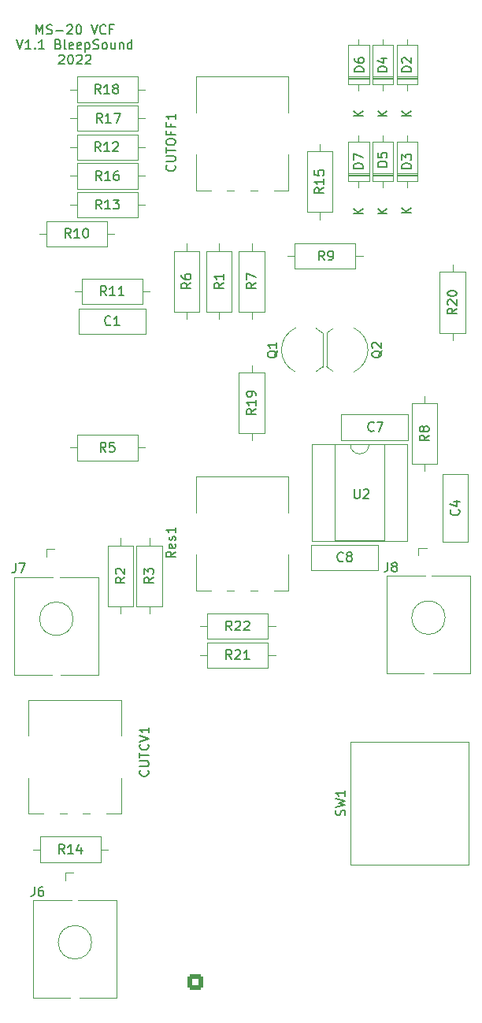
<source format=gto>
G04 #@! TF.GenerationSoftware,KiCad,Pcbnew,(6.0.6)*
G04 #@! TF.CreationDate,2022-11-23T18:59:43+00:00*
G04 #@! TF.ProjectId,MS20-VCF,4d533230-2d56-4434-962e-6b696361645f,rev?*
G04 #@! TF.SameCoordinates,Original*
G04 #@! TF.FileFunction,Legend,Top*
G04 #@! TF.FilePolarity,Positive*
%FSLAX46Y46*%
G04 Gerber Fmt 4.6, Leading zero omitted, Abs format (unit mm)*
G04 Created by KiCad (PCBNEW (6.0.6)) date 2022-11-23 18:59:43*
%MOMM*%
%LPD*%
G01*
G04 APERTURE LIST*
G04 Aperture macros list*
%AMRoundRect*
0 Rectangle with rounded corners*
0 $1 Rounding radius*
0 $2 $3 $4 $5 $6 $7 $8 $9 X,Y pos of 4 corners*
0 Add a 4 corners polygon primitive as box body*
4,1,4,$2,$3,$4,$5,$6,$7,$8,$9,$2,$3,0*
0 Add four circle primitives for the rounded corners*
1,1,$1+$1,$2,$3*
1,1,$1+$1,$4,$5*
1,1,$1+$1,$6,$7*
1,1,$1+$1,$8,$9*
0 Add four rect primitives between the rounded corners*
20,1,$1+$1,$2,$3,$4,$5,0*
20,1,$1+$1,$4,$5,$6,$7,0*
20,1,$1+$1,$6,$7,$8,$9,0*
20,1,$1+$1,$8,$9,$2,$3,0*%
G04 Aperture macros list end*
%ADD10C,0.150000*%
%ADD11C,0.120000*%
%ADD12C,1.600000*%
%ADD13C,4.000000*%
%ADD14C,1.800000*%
%ADD15R,1.600000X1.600000*%
%ADD16O,1.600000X1.600000*%
%ADD17R,1.930000X1.830000*%
%ADD18C,2.130000*%
%ADD19R,1.500000X1.500000*%
%ADD20C,1.500000*%
%ADD21O,3.700000X2.400000*%
%ADD22R,1.800000X1.800000*%
%ADD23C,2.000000*%
%ADD24O,2.000000X2.000000*%
%ADD25RoundRect,0.250000X-0.600000X0.600000X-0.600000X-0.600000X0.600000X-0.600000X0.600000X0.600000X0*%
%ADD26C,1.700000*%
%ADD27C,1.440000*%
G04 APERTURE END LIST*
D10*
X37880952Y-38342380D02*
X37880952Y-37342380D01*
X38214285Y-38056666D01*
X38547619Y-37342380D01*
X38547619Y-38342380D01*
X38976190Y-38294761D02*
X39119047Y-38342380D01*
X39357142Y-38342380D01*
X39452380Y-38294761D01*
X39500000Y-38247142D01*
X39547619Y-38151904D01*
X39547619Y-38056666D01*
X39500000Y-37961428D01*
X39452380Y-37913809D01*
X39357142Y-37866190D01*
X39166666Y-37818571D01*
X39071428Y-37770952D01*
X39023809Y-37723333D01*
X38976190Y-37628095D01*
X38976190Y-37532857D01*
X39023809Y-37437619D01*
X39071428Y-37390000D01*
X39166666Y-37342380D01*
X39404761Y-37342380D01*
X39547619Y-37390000D01*
X39976190Y-37961428D02*
X40738095Y-37961428D01*
X41166666Y-37437619D02*
X41214285Y-37390000D01*
X41309523Y-37342380D01*
X41547619Y-37342380D01*
X41642857Y-37390000D01*
X41690476Y-37437619D01*
X41738095Y-37532857D01*
X41738095Y-37628095D01*
X41690476Y-37770952D01*
X41119047Y-38342380D01*
X41738095Y-38342380D01*
X42357142Y-37342380D02*
X42452380Y-37342380D01*
X42547619Y-37390000D01*
X42595238Y-37437619D01*
X42642857Y-37532857D01*
X42690476Y-37723333D01*
X42690476Y-37961428D01*
X42642857Y-38151904D01*
X42595238Y-38247142D01*
X42547619Y-38294761D01*
X42452380Y-38342380D01*
X42357142Y-38342380D01*
X42261904Y-38294761D01*
X42214285Y-38247142D01*
X42166666Y-38151904D01*
X42119047Y-37961428D01*
X42119047Y-37723333D01*
X42166666Y-37532857D01*
X42214285Y-37437619D01*
X42261904Y-37390000D01*
X42357142Y-37342380D01*
X43738095Y-37342380D02*
X44071428Y-38342380D01*
X44404761Y-37342380D01*
X45309523Y-38247142D02*
X45261904Y-38294761D01*
X45119047Y-38342380D01*
X45023809Y-38342380D01*
X44880952Y-38294761D01*
X44785714Y-38199523D01*
X44738095Y-38104285D01*
X44690476Y-37913809D01*
X44690476Y-37770952D01*
X44738095Y-37580476D01*
X44785714Y-37485238D01*
X44880952Y-37390000D01*
X45023809Y-37342380D01*
X45119047Y-37342380D01*
X45261904Y-37390000D01*
X45309523Y-37437619D01*
X46071428Y-37818571D02*
X45738095Y-37818571D01*
X45738095Y-38342380D02*
X45738095Y-37342380D01*
X46214285Y-37342380D01*
X35738095Y-38952380D02*
X36071428Y-39952380D01*
X36404761Y-38952380D01*
X37261904Y-39952380D02*
X36690476Y-39952380D01*
X36976190Y-39952380D02*
X36976190Y-38952380D01*
X36880952Y-39095238D01*
X36785714Y-39190476D01*
X36690476Y-39238095D01*
X37690476Y-39857142D02*
X37738095Y-39904761D01*
X37690476Y-39952380D01*
X37642857Y-39904761D01*
X37690476Y-39857142D01*
X37690476Y-39952380D01*
X38690476Y-39952380D02*
X38119047Y-39952380D01*
X38404761Y-39952380D02*
X38404761Y-38952380D01*
X38309523Y-39095238D01*
X38214285Y-39190476D01*
X38119047Y-39238095D01*
X40214285Y-39428571D02*
X40357142Y-39476190D01*
X40404761Y-39523809D01*
X40452380Y-39619047D01*
X40452380Y-39761904D01*
X40404761Y-39857142D01*
X40357142Y-39904761D01*
X40261904Y-39952380D01*
X39880952Y-39952380D01*
X39880952Y-38952380D01*
X40214285Y-38952380D01*
X40309523Y-39000000D01*
X40357142Y-39047619D01*
X40404761Y-39142857D01*
X40404761Y-39238095D01*
X40357142Y-39333333D01*
X40309523Y-39380952D01*
X40214285Y-39428571D01*
X39880952Y-39428571D01*
X41023809Y-39952380D02*
X40928571Y-39904761D01*
X40880952Y-39809523D01*
X40880952Y-38952380D01*
X41785714Y-39904761D02*
X41690476Y-39952380D01*
X41500000Y-39952380D01*
X41404761Y-39904761D01*
X41357142Y-39809523D01*
X41357142Y-39428571D01*
X41404761Y-39333333D01*
X41500000Y-39285714D01*
X41690476Y-39285714D01*
X41785714Y-39333333D01*
X41833333Y-39428571D01*
X41833333Y-39523809D01*
X41357142Y-39619047D01*
X42642857Y-39904761D02*
X42547619Y-39952380D01*
X42357142Y-39952380D01*
X42261904Y-39904761D01*
X42214285Y-39809523D01*
X42214285Y-39428571D01*
X42261904Y-39333333D01*
X42357142Y-39285714D01*
X42547619Y-39285714D01*
X42642857Y-39333333D01*
X42690476Y-39428571D01*
X42690476Y-39523809D01*
X42214285Y-39619047D01*
X43119047Y-39285714D02*
X43119047Y-40285714D01*
X43119047Y-39333333D02*
X43214285Y-39285714D01*
X43404761Y-39285714D01*
X43500000Y-39333333D01*
X43547619Y-39380952D01*
X43595238Y-39476190D01*
X43595238Y-39761904D01*
X43547619Y-39857142D01*
X43500000Y-39904761D01*
X43404761Y-39952380D01*
X43214285Y-39952380D01*
X43119047Y-39904761D01*
X43976190Y-39904761D02*
X44119047Y-39952380D01*
X44357142Y-39952380D01*
X44452380Y-39904761D01*
X44500000Y-39857142D01*
X44547619Y-39761904D01*
X44547619Y-39666666D01*
X44500000Y-39571428D01*
X44452380Y-39523809D01*
X44357142Y-39476190D01*
X44166666Y-39428571D01*
X44071428Y-39380952D01*
X44023809Y-39333333D01*
X43976190Y-39238095D01*
X43976190Y-39142857D01*
X44023809Y-39047619D01*
X44071428Y-39000000D01*
X44166666Y-38952380D01*
X44404761Y-38952380D01*
X44547619Y-39000000D01*
X45119047Y-39952380D02*
X45023809Y-39904761D01*
X44976190Y-39857142D01*
X44928571Y-39761904D01*
X44928571Y-39476190D01*
X44976190Y-39380952D01*
X45023809Y-39333333D01*
X45119047Y-39285714D01*
X45261904Y-39285714D01*
X45357142Y-39333333D01*
X45404761Y-39380952D01*
X45452380Y-39476190D01*
X45452380Y-39761904D01*
X45404761Y-39857142D01*
X45357142Y-39904761D01*
X45261904Y-39952380D01*
X45119047Y-39952380D01*
X46309523Y-39285714D02*
X46309523Y-39952380D01*
X45880952Y-39285714D02*
X45880952Y-39809523D01*
X45928571Y-39904761D01*
X46023809Y-39952380D01*
X46166666Y-39952380D01*
X46261904Y-39904761D01*
X46309523Y-39857142D01*
X46785714Y-39285714D02*
X46785714Y-39952380D01*
X46785714Y-39380952D02*
X46833333Y-39333333D01*
X46928571Y-39285714D01*
X47071428Y-39285714D01*
X47166666Y-39333333D01*
X47214285Y-39428571D01*
X47214285Y-39952380D01*
X48119047Y-39952380D02*
X48119047Y-38952380D01*
X48119047Y-39904761D02*
X48023809Y-39952380D01*
X47833333Y-39952380D01*
X47738095Y-39904761D01*
X47690476Y-39857142D01*
X47642857Y-39761904D01*
X47642857Y-39476190D01*
X47690476Y-39380952D01*
X47738095Y-39333333D01*
X47833333Y-39285714D01*
X48023809Y-39285714D01*
X48119047Y-39333333D01*
X40285714Y-40657619D02*
X40333333Y-40610000D01*
X40428571Y-40562380D01*
X40666666Y-40562380D01*
X40761904Y-40610000D01*
X40809523Y-40657619D01*
X40857142Y-40752857D01*
X40857142Y-40848095D01*
X40809523Y-40990952D01*
X40238095Y-41562380D01*
X40857142Y-41562380D01*
X41476190Y-40562380D02*
X41571428Y-40562380D01*
X41666666Y-40610000D01*
X41714285Y-40657619D01*
X41761904Y-40752857D01*
X41809523Y-40943333D01*
X41809523Y-41181428D01*
X41761904Y-41371904D01*
X41714285Y-41467142D01*
X41666666Y-41514761D01*
X41571428Y-41562380D01*
X41476190Y-41562380D01*
X41380952Y-41514761D01*
X41333333Y-41467142D01*
X41285714Y-41371904D01*
X41238095Y-41181428D01*
X41238095Y-40943333D01*
X41285714Y-40752857D01*
X41333333Y-40657619D01*
X41380952Y-40610000D01*
X41476190Y-40562380D01*
X42190476Y-40657619D02*
X42238095Y-40610000D01*
X42333333Y-40562380D01*
X42571428Y-40562380D01*
X42666666Y-40610000D01*
X42714285Y-40657619D01*
X42761904Y-40752857D01*
X42761904Y-40848095D01*
X42714285Y-40990952D01*
X42142857Y-41562380D01*
X42761904Y-41562380D01*
X43142857Y-40657619D02*
X43190476Y-40610000D01*
X43285714Y-40562380D01*
X43523809Y-40562380D01*
X43619047Y-40610000D01*
X43666666Y-40657619D01*
X43714285Y-40752857D01*
X43714285Y-40848095D01*
X43666666Y-40990952D01*
X43095238Y-41562380D01*
X43714285Y-41562380D01*
X83257142Y-89466666D02*
X83304761Y-89514285D01*
X83352380Y-89657142D01*
X83352380Y-89752380D01*
X83304761Y-89895238D01*
X83209523Y-89990476D01*
X83114285Y-90038095D01*
X82923809Y-90085714D01*
X82780952Y-90085714D01*
X82590476Y-90038095D01*
X82495238Y-89990476D01*
X82400000Y-89895238D01*
X82352380Y-89752380D01*
X82352380Y-89657142D01*
X82400000Y-89514285D01*
X82447619Y-89466666D01*
X82685714Y-88609523D02*
X83352380Y-88609523D01*
X82304761Y-88847619D02*
X83019047Y-89085714D01*
X83019047Y-88466666D01*
X49857142Y-117500000D02*
X49904761Y-117547619D01*
X49952380Y-117690476D01*
X49952380Y-117785714D01*
X49904761Y-117928571D01*
X49809523Y-118023809D01*
X49714285Y-118071428D01*
X49523809Y-118119047D01*
X49380952Y-118119047D01*
X49190476Y-118071428D01*
X49095238Y-118023809D01*
X49000000Y-117928571D01*
X48952380Y-117785714D01*
X48952380Y-117690476D01*
X49000000Y-117547619D01*
X49047619Y-117500000D01*
X48952380Y-117071428D02*
X49761904Y-117071428D01*
X49857142Y-117023809D01*
X49904761Y-116976190D01*
X49952380Y-116880952D01*
X49952380Y-116690476D01*
X49904761Y-116595238D01*
X49857142Y-116547619D01*
X49761904Y-116500000D01*
X48952380Y-116500000D01*
X48952380Y-116166666D02*
X48952380Y-115595238D01*
X49952380Y-115880952D02*
X48952380Y-115880952D01*
X49857142Y-114690476D02*
X49904761Y-114738095D01*
X49952380Y-114880952D01*
X49952380Y-114976190D01*
X49904761Y-115119047D01*
X49809523Y-115214285D01*
X49714285Y-115261904D01*
X49523809Y-115309523D01*
X49380952Y-115309523D01*
X49190476Y-115261904D01*
X49095238Y-115214285D01*
X49000000Y-115119047D01*
X48952380Y-114976190D01*
X48952380Y-114880952D01*
X49000000Y-114738095D01*
X49047619Y-114690476D01*
X48952380Y-114404761D02*
X49952380Y-114071428D01*
X48952380Y-113738095D01*
X49952380Y-112880952D02*
X49952380Y-113452380D01*
X49952380Y-113166666D02*
X48952380Y-113166666D01*
X49095238Y-113261904D01*
X49190476Y-113357142D01*
X49238095Y-113452380D01*
X52707142Y-52452380D02*
X52754761Y-52500000D01*
X52802380Y-52642857D01*
X52802380Y-52738095D01*
X52754761Y-52880952D01*
X52659523Y-52976190D01*
X52564285Y-53023809D01*
X52373809Y-53071428D01*
X52230952Y-53071428D01*
X52040476Y-53023809D01*
X51945238Y-52976190D01*
X51850000Y-52880952D01*
X51802380Y-52738095D01*
X51802380Y-52642857D01*
X51850000Y-52500000D01*
X51897619Y-52452380D01*
X51802380Y-52023809D02*
X52611904Y-52023809D01*
X52707142Y-51976190D01*
X52754761Y-51928571D01*
X52802380Y-51833333D01*
X52802380Y-51642857D01*
X52754761Y-51547619D01*
X52707142Y-51500000D01*
X52611904Y-51452380D01*
X51802380Y-51452380D01*
X51802380Y-51119047D02*
X51802380Y-50547619D01*
X52802380Y-50833333D02*
X51802380Y-50833333D01*
X51802380Y-50023809D02*
X51802380Y-49833333D01*
X51850000Y-49738095D01*
X51945238Y-49642857D01*
X52135714Y-49595238D01*
X52469047Y-49595238D01*
X52659523Y-49642857D01*
X52754761Y-49738095D01*
X52802380Y-49833333D01*
X52802380Y-50023809D01*
X52754761Y-50119047D01*
X52659523Y-50214285D01*
X52469047Y-50261904D01*
X52135714Y-50261904D01*
X51945238Y-50214285D01*
X51850000Y-50119047D01*
X51802380Y-50023809D01*
X52278571Y-48833333D02*
X52278571Y-49166666D01*
X52802380Y-49166666D02*
X51802380Y-49166666D01*
X51802380Y-48690476D01*
X52278571Y-47976190D02*
X52278571Y-48309523D01*
X52802380Y-48309523D02*
X51802380Y-48309523D01*
X51802380Y-47833333D01*
X52802380Y-46928571D02*
X52802380Y-47500000D01*
X52802380Y-47214285D02*
X51802380Y-47214285D01*
X51945238Y-47309523D01*
X52040476Y-47404761D01*
X52088095Y-47500000D01*
X78152380Y-42388095D02*
X77152380Y-42388095D01*
X77152380Y-42150000D01*
X77200000Y-42007142D01*
X77295238Y-41911904D01*
X77390476Y-41864285D01*
X77580952Y-41816666D01*
X77723809Y-41816666D01*
X77914285Y-41864285D01*
X78009523Y-41911904D01*
X78104761Y-42007142D01*
X78152380Y-42150000D01*
X78152380Y-42388095D01*
X77247619Y-41435714D02*
X77200000Y-41388095D01*
X77152380Y-41292857D01*
X77152380Y-41054761D01*
X77200000Y-40959523D01*
X77247619Y-40911904D01*
X77342857Y-40864285D01*
X77438095Y-40864285D01*
X77580952Y-40911904D01*
X78152380Y-41483333D01*
X78152380Y-40864285D01*
X78152380Y-47161904D02*
X77152380Y-47161904D01*
X78152380Y-46590476D02*
X77580952Y-47019047D01*
X77152380Y-46590476D02*
X77723809Y-47161904D01*
X78152380Y-52788095D02*
X77152380Y-52788095D01*
X77152380Y-52550000D01*
X77200000Y-52407142D01*
X77295238Y-52311904D01*
X77390476Y-52264285D01*
X77580952Y-52216666D01*
X77723809Y-52216666D01*
X77914285Y-52264285D01*
X78009523Y-52311904D01*
X78104761Y-52407142D01*
X78152380Y-52550000D01*
X78152380Y-52788095D01*
X77152380Y-51883333D02*
X77152380Y-51264285D01*
X77533333Y-51597619D01*
X77533333Y-51454761D01*
X77580952Y-51359523D01*
X77628571Y-51311904D01*
X77723809Y-51264285D01*
X77961904Y-51264285D01*
X78057142Y-51311904D01*
X78104761Y-51359523D01*
X78152380Y-51454761D01*
X78152380Y-51740476D01*
X78104761Y-51835714D01*
X78057142Y-51883333D01*
X78152380Y-57561904D02*
X77152380Y-57561904D01*
X78152380Y-56990476D02*
X77580952Y-57419047D01*
X77152380Y-56990476D02*
X77723809Y-57561904D01*
X75552380Y-42388095D02*
X74552380Y-42388095D01*
X74552380Y-42150000D01*
X74600000Y-42007142D01*
X74695238Y-41911904D01*
X74790476Y-41864285D01*
X74980952Y-41816666D01*
X75123809Y-41816666D01*
X75314285Y-41864285D01*
X75409523Y-41911904D01*
X75504761Y-42007142D01*
X75552380Y-42150000D01*
X75552380Y-42388095D01*
X74885714Y-40959523D02*
X75552380Y-40959523D01*
X74504761Y-41197619D02*
X75219047Y-41435714D01*
X75219047Y-40816666D01*
X75552380Y-47161904D02*
X74552380Y-47161904D01*
X75552380Y-46590476D02*
X74980952Y-47019047D01*
X74552380Y-46590476D02*
X75123809Y-47161904D01*
X75552380Y-52598095D02*
X74552380Y-52598095D01*
X74552380Y-52360000D01*
X74600000Y-52217142D01*
X74695238Y-52121904D01*
X74790476Y-52074285D01*
X74980952Y-52026666D01*
X75123809Y-52026666D01*
X75314285Y-52074285D01*
X75409523Y-52121904D01*
X75504761Y-52217142D01*
X75552380Y-52360000D01*
X75552380Y-52598095D01*
X74552380Y-51121904D02*
X74552380Y-51598095D01*
X75028571Y-51645714D01*
X74980952Y-51598095D01*
X74933333Y-51502857D01*
X74933333Y-51264761D01*
X74980952Y-51169523D01*
X75028571Y-51121904D01*
X75123809Y-51074285D01*
X75361904Y-51074285D01*
X75457142Y-51121904D01*
X75504761Y-51169523D01*
X75552380Y-51264761D01*
X75552380Y-51502857D01*
X75504761Y-51598095D01*
X75457142Y-51645714D01*
X75552380Y-57661904D02*
X74552380Y-57661904D01*
X75552380Y-57090476D02*
X74980952Y-57519047D01*
X74552380Y-57090476D02*
X75123809Y-57661904D01*
X73052380Y-42388095D02*
X72052380Y-42388095D01*
X72052380Y-42150000D01*
X72100000Y-42007142D01*
X72195238Y-41911904D01*
X72290476Y-41864285D01*
X72480952Y-41816666D01*
X72623809Y-41816666D01*
X72814285Y-41864285D01*
X72909523Y-41911904D01*
X73004761Y-42007142D01*
X73052380Y-42150000D01*
X73052380Y-42388095D01*
X72052380Y-40959523D02*
X72052380Y-41150000D01*
X72100000Y-41245238D01*
X72147619Y-41292857D01*
X72290476Y-41388095D01*
X72480952Y-41435714D01*
X72861904Y-41435714D01*
X72957142Y-41388095D01*
X73004761Y-41340476D01*
X73052380Y-41245238D01*
X73052380Y-41054761D01*
X73004761Y-40959523D01*
X72957142Y-40911904D01*
X72861904Y-40864285D01*
X72623809Y-40864285D01*
X72528571Y-40911904D01*
X72480952Y-40959523D01*
X72433333Y-41054761D01*
X72433333Y-41245238D01*
X72480952Y-41340476D01*
X72528571Y-41388095D01*
X72623809Y-41435714D01*
X72952380Y-47161904D02*
X71952380Y-47161904D01*
X72952380Y-46590476D02*
X72380952Y-47019047D01*
X71952380Y-46590476D02*
X72523809Y-47161904D01*
X72952380Y-52788095D02*
X71952380Y-52788095D01*
X71952380Y-52550000D01*
X72000000Y-52407142D01*
X72095238Y-52311904D01*
X72190476Y-52264285D01*
X72380952Y-52216666D01*
X72523809Y-52216666D01*
X72714285Y-52264285D01*
X72809523Y-52311904D01*
X72904761Y-52407142D01*
X72952380Y-52550000D01*
X72952380Y-52788095D01*
X71952380Y-51883333D02*
X71952380Y-51216666D01*
X72952380Y-51645238D01*
X72952380Y-57661904D02*
X71952380Y-57661904D01*
X72952380Y-57090476D02*
X72380952Y-57519047D01*
X71952380Y-57090476D02*
X72523809Y-57661904D01*
X37636666Y-130032380D02*
X37636666Y-130746666D01*
X37589047Y-130889523D01*
X37493809Y-130984761D01*
X37350952Y-131032380D01*
X37255714Y-131032380D01*
X38541428Y-130032380D02*
X38350952Y-130032380D01*
X38255714Y-130080000D01*
X38208095Y-130127619D01*
X38112857Y-130270476D01*
X38065238Y-130460952D01*
X38065238Y-130841904D01*
X38112857Y-130937142D01*
X38160476Y-130984761D01*
X38255714Y-131032380D01*
X38446190Y-131032380D01*
X38541428Y-130984761D01*
X38589047Y-130937142D01*
X38636666Y-130841904D01*
X38636666Y-130603809D01*
X38589047Y-130508571D01*
X38541428Y-130460952D01*
X38446190Y-130413333D01*
X38255714Y-130413333D01*
X38160476Y-130460952D01*
X38112857Y-130508571D01*
X38065238Y-130603809D01*
X35636666Y-95252380D02*
X35636666Y-95966666D01*
X35589047Y-96109523D01*
X35493809Y-96204761D01*
X35350952Y-96252380D01*
X35255714Y-96252380D01*
X36017619Y-95252380D02*
X36684285Y-95252380D01*
X36255714Y-96252380D01*
X75636666Y-95132380D02*
X75636666Y-95846666D01*
X75589047Y-95989523D01*
X75493809Y-96084761D01*
X75350952Y-96132380D01*
X75255714Y-96132380D01*
X76255714Y-95560952D02*
X76160476Y-95513333D01*
X76112857Y-95465714D01*
X76065238Y-95370476D01*
X76065238Y-95322857D01*
X76112857Y-95227619D01*
X76160476Y-95180000D01*
X76255714Y-95132380D01*
X76446190Y-95132380D01*
X76541428Y-95180000D01*
X76589047Y-95227619D01*
X76636666Y-95322857D01*
X76636666Y-95370476D01*
X76589047Y-95465714D01*
X76541428Y-95513333D01*
X76446190Y-95560952D01*
X76255714Y-95560952D01*
X76160476Y-95608571D01*
X76112857Y-95656190D01*
X76065238Y-95751428D01*
X76065238Y-95941904D01*
X76112857Y-96037142D01*
X76160476Y-96084761D01*
X76255714Y-96132380D01*
X76446190Y-96132380D01*
X76541428Y-96084761D01*
X76589047Y-96037142D01*
X76636666Y-95941904D01*
X76636666Y-95751428D01*
X76589047Y-95656190D01*
X76541428Y-95608571D01*
X76446190Y-95560952D01*
X63787619Y-72395238D02*
X63740000Y-72490476D01*
X63644761Y-72585714D01*
X63501904Y-72728571D01*
X63454285Y-72823809D01*
X63454285Y-72919047D01*
X63692380Y-72871428D02*
X63644761Y-72966666D01*
X63549523Y-73061904D01*
X63359047Y-73109523D01*
X63025714Y-73109523D01*
X62835238Y-73061904D01*
X62740000Y-72966666D01*
X62692380Y-72871428D01*
X62692380Y-72680952D01*
X62740000Y-72585714D01*
X62835238Y-72490476D01*
X63025714Y-72442857D01*
X63359047Y-72442857D01*
X63549523Y-72490476D01*
X63644761Y-72585714D01*
X63692380Y-72680952D01*
X63692380Y-72871428D01*
X63692380Y-71490476D02*
X63692380Y-72061904D01*
X63692380Y-71776190D02*
X62692380Y-71776190D01*
X62835238Y-71871428D01*
X62930476Y-71966666D01*
X62978095Y-72061904D01*
X75007619Y-72395238D02*
X74960000Y-72490476D01*
X74864761Y-72585714D01*
X74721904Y-72728571D01*
X74674285Y-72823809D01*
X74674285Y-72919047D01*
X74912380Y-72871428D02*
X74864761Y-72966666D01*
X74769523Y-73061904D01*
X74579047Y-73109523D01*
X74245714Y-73109523D01*
X74055238Y-73061904D01*
X73960000Y-72966666D01*
X73912380Y-72871428D01*
X73912380Y-72680952D01*
X73960000Y-72585714D01*
X74055238Y-72490476D01*
X74245714Y-72442857D01*
X74579047Y-72442857D01*
X74769523Y-72490476D01*
X74864761Y-72585714D01*
X74912380Y-72680952D01*
X74912380Y-72871428D01*
X74007619Y-72061904D02*
X73960000Y-72014285D01*
X73912380Y-71919047D01*
X73912380Y-71680952D01*
X73960000Y-71585714D01*
X74007619Y-71538095D01*
X74102857Y-71490476D01*
X74198095Y-71490476D01*
X74340952Y-71538095D01*
X74912380Y-72109523D01*
X74912380Y-71490476D01*
X57952380Y-65086666D02*
X57476190Y-65420000D01*
X57952380Y-65658095D02*
X56952380Y-65658095D01*
X56952380Y-65277142D01*
X57000000Y-65181904D01*
X57047619Y-65134285D01*
X57142857Y-65086666D01*
X57285714Y-65086666D01*
X57380952Y-65134285D01*
X57428571Y-65181904D01*
X57476190Y-65277142D01*
X57476190Y-65658095D01*
X57952380Y-64134285D02*
X57952380Y-64705714D01*
X57952380Y-64420000D02*
X56952380Y-64420000D01*
X57095238Y-64515238D01*
X57190476Y-64610476D01*
X57238095Y-64705714D01*
X50452380Y-96746666D02*
X49976190Y-97080000D01*
X50452380Y-97318095D02*
X49452380Y-97318095D01*
X49452380Y-96937142D01*
X49500000Y-96841904D01*
X49547619Y-96794285D01*
X49642857Y-96746666D01*
X49785714Y-96746666D01*
X49880952Y-96794285D01*
X49928571Y-96841904D01*
X49976190Y-96937142D01*
X49976190Y-97318095D01*
X49452380Y-96413333D02*
X49452380Y-95794285D01*
X49833333Y-96127619D01*
X49833333Y-95984761D01*
X49880952Y-95889523D01*
X49928571Y-95841904D01*
X50023809Y-95794285D01*
X50261904Y-95794285D01*
X50357142Y-95841904D01*
X50404761Y-95889523D01*
X50452380Y-95984761D01*
X50452380Y-96270476D01*
X50404761Y-96365714D01*
X50357142Y-96413333D01*
X45313333Y-83252380D02*
X44980000Y-82776190D01*
X44741904Y-83252380D02*
X44741904Y-82252380D01*
X45122857Y-82252380D01*
X45218095Y-82300000D01*
X45265714Y-82347619D01*
X45313333Y-82442857D01*
X45313333Y-82585714D01*
X45265714Y-82680952D01*
X45218095Y-82728571D01*
X45122857Y-82776190D01*
X44741904Y-82776190D01*
X46218095Y-82252380D02*
X45741904Y-82252380D01*
X45694285Y-82728571D01*
X45741904Y-82680952D01*
X45837142Y-82633333D01*
X46075238Y-82633333D01*
X46170476Y-82680952D01*
X46218095Y-82728571D01*
X46265714Y-82823809D01*
X46265714Y-83061904D01*
X46218095Y-83157142D01*
X46170476Y-83204761D01*
X46075238Y-83252380D01*
X45837142Y-83252380D01*
X45741904Y-83204761D01*
X45694285Y-83157142D01*
X54452380Y-65086666D02*
X53976190Y-65420000D01*
X54452380Y-65658095D02*
X53452380Y-65658095D01*
X53452380Y-65277142D01*
X53500000Y-65181904D01*
X53547619Y-65134285D01*
X53642857Y-65086666D01*
X53785714Y-65086666D01*
X53880952Y-65134285D01*
X53928571Y-65181904D01*
X53976190Y-65277142D01*
X53976190Y-65658095D01*
X53452380Y-64229523D02*
X53452380Y-64420000D01*
X53500000Y-64515238D01*
X53547619Y-64562857D01*
X53690476Y-64658095D01*
X53880952Y-64705714D01*
X54261904Y-64705714D01*
X54357142Y-64658095D01*
X54404761Y-64610476D01*
X54452380Y-64515238D01*
X54452380Y-64324761D01*
X54404761Y-64229523D01*
X54357142Y-64181904D01*
X54261904Y-64134285D01*
X54023809Y-64134285D01*
X53928571Y-64181904D01*
X53880952Y-64229523D01*
X53833333Y-64324761D01*
X53833333Y-64515238D01*
X53880952Y-64610476D01*
X53928571Y-64658095D01*
X54023809Y-64705714D01*
X61452380Y-65086666D02*
X60976190Y-65420000D01*
X61452380Y-65658095D02*
X60452380Y-65658095D01*
X60452380Y-65277142D01*
X60500000Y-65181904D01*
X60547619Y-65134285D01*
X60642857Y-65086666D01*
X60785714Y-65086666D01*
X60880952Y-65134285D01*
X60928571Y-65181904D01*
X60976190Y-65277142D01*
X60976190Y-65658095D01*
X60452380Y-64753333D02*
X60452380Y-64086666D01*
X61452380Y-64515238D01*
X68813333Y-62652380D02*
X68480000Y-62176190D01*
X68241904Y-62652380D02*
X68241904Y-61652380D01*
X68622857Y-61652380D01*
X68718095Y-61700000D01*
X68765714Y-61747619D01*
X68813333Y-61842857D01*
X68813333Y-61985714D01*
X68765714Y-62080952D01*
X68718095Y-62128571D01*
X68622857Y-62176190D01*
X68241904Y-62176190D01*
X69289523Y-62652380D02*
X69480000Y-62652380D01*
X69575238Y-62604761D01*
X69622857Y-62557142D01*
X69718095Y-62414285D01*
X69765714Y-62223809D01*
X69765714Y-61842857D01*
X69718095Y-61747619D01*
X69670476Y-61700000D01*
X69575238Y-61652380D01*
X69384761Y-61652380D01*
X69289523Y-61700000D01*
X69241904Y-61747619D01*
X69194285Y-61842857D01*
X69194285Y-62080952D01*
X69241904Y-62176190D01*
X69289523Y-62223809D01*
X69384761Y-62271428D01*
X69575238Y-62271428D01*
X69670476Y-62223809D01*
X69718095Y-62176190D01*
X69765714Y-62080952D01*
X45357142Y-66452380D02*
X45023809Y-65976190D01*
X44785714Y-66452380D02*
X44785714Y-65452380D01*
X45166666Y-65452380D01*
X45261904Y-65500000D01*
X45309523Y-65547619D01*
X45357142Y-65642857D01*
X45357142Y-65785714D01*
X45309523Y-65880952D01*
X45261904Y-65928571D01*
X45166666Y-65976190D01*
X44785714Y-65976190D01*
X46309523Y-66452380D02*
X45738095Y-66452380D01*
X46023809Y-66452380D02*
X46023809Y-65452380D01*
X45928571Y-65595238D01*
X45833333Y-65690476D01*
X45738095Y-65738095D01*
X47261904Y-66452380D02*
X46690476Y-66452380D01*
X46976190Y-66452380D02*
X46976190Y-65452380D01*
X46880952Y-65595238D01*
X46785714Y-65690476D01*
X46690476Y-65738095D01*
X44757142Y-50952380D02*
X44423809Y-50476190D01*
X44185714Y-50952380D02*
X44185714Y-49952380D01*
X44566666Y-49952380D01*
X44661904Y-50000000D01*
X44709523Y-50047619D01*
X44757142Y-50142857D01*
X44757142Y-50285714D01*
X44709523Y-50380952D01*
X44661904Y-50428571D01*
X44566666Y-50476190D01*
X44185714Y-50476190D01*
X45709523Y-50952380D02*
X45138095Y-50952380D01*
X45423809Y-50952380D02*
X45423809Y-49952380D01*
X45328571Y-50095238D01*
X45233333Y-50190476D01*
X45138095Y-50238095D01*
X46090476Y-50047619D02*
X46138095Y-50000000D01*
X46233333Y-49952380D01*
X46471428Y-49952380D01*
X46566666Y-50000000D01*
X46614285Y-50047619D01*
X46661904Y-50142857D01*
X46661904Y-50238095D01*
X46614285Y-50380952D01*
X46042857Y-50952380D01*
X46661904Y-50952380D01*
X44837142Y-57152380D02*
X44503809Y-56676190D01*
X44265714Y-57152380D02*
X44265714Y-56152380D01*
X44646666Y-56152380D01*
X44741904Y-56200000D01*
X44789523Y-56247619D01*
X44837142Y-56342857D01*
X44837142Y-56485714D01*
X44789523Y-56580952D01*
X44741904Y-56628571D01*
X44646666Y-56676190D01*
X44265714Y-56676190D01*
X45789523Y-57152380D02*
X45218095Y-57152380D01*
X45503809Y-57152380D02*
X45503809Y-56152380D01*
X45408571Y-56295238D01*
X45313333Y-56390476D01*
X45218095Y-56438095D01*
X46122857Y-56152380D02*
X46741904Y-56152380D01*
X46408571Y-56533333D01*
X46551428Y-56533333D01*
X46646666Y-56580952D01*
X46694285Y-56628571D01*
X46741904Y-56723809D01*
X46741904Y-56961904D01*
X46694285Y-57057142D01*
X46646666Y-57104761D01*
X46551428Y-57152380D01*
X46265714Y-57152380D01*
X46170476Y-57104761D01*
X46122857Y-57057142D01*
X40857142Y-126452380D02*
X40523809Y-125976190D01*
X40285714Y-126452380D02*
X40285714Y-125452380D01*
X40666666Y-125452380D01*
X40761904Y-125500000D01*
X40809523Y-125547619D01*
X40857142Y-125642857D01*
X40857142Y-125785714D01*
X40809523Y-125880952D01*
X40761904Y-125928571D01*
X40666666Y-125976190D01*
X40285714Y-125976190D01*
X41809523Y-126452380D02*
X41238095Y-126452380D01*
X41523809Y-126452380D02*
X41523809Y-125452380D01*
X41428571Y-125595238D01*
X41333333Y-125690476D01*
X41238095Y-125738095D01*
X42666666Y-125785714D02*
X42666666Y-126452380D01*
X42428571Y-125404761D02*
X42190476Y-126119047D01*
X42809523Y-126119047D01*
X68752380Y-54862857D02*
X68276190Y-55196190D01*
X68752380Y-55434285D02*
X67752380Y-55434285D01*
X67752380Y-55053333D01*
X67800000Y-54958095D01*
X67847619Y-54910476D01*
X67942857Y-54862857D01*
X68085714Y-54862857D01*
X68180952Y-54910476D01*
X68228571Y-54958095D01*
X68276190Y-55053333D01*
X68276190Y-55434285D01*
X68752380Y-53910476D02*
X68752380Y-54481904D01*
X68752380Y-54196190D02*
X67752380Y-54196190D01*
X67895238Y-54291428D01*
X67990476Y-54386666D01*
X68038095Y-54481904D01*
X67752380Y-53005714D02*
X67752380Y-53481904D01*
X68228571Y-53529523D01*
X68180952Y-53481904D01*
X68133333Y-53386666D01*
X68133333Y-53148571D01*
X68180952Y-53053333D01*
X68228571Y-53005714D01*
X68323809Y-52958095D01*
X68561904Y-52958095D01*
X68657142Y-53005714D01*
X68704761Y-53053333D01*
X68752380Y-53148571D01*
X68752380Y-53386666D01*
X68704761Y-53481904D01*
X68657142Y-53529523D01*
X44837142Y-54052380D02*
X44503809Y-53576190D01*
X44265714Y-54052380D02*
X44265714Y-53052380D01*
X44646666Y-53052380D01*
X44741904Y-53100000D01*
X44789523Y-53147619D01*
X44837142Y-53242857D01*
X44837142Y-53385714D01*
X44789523Y-53480952D01*
X44741904Y-53528571D01*
X44646666Y-53576190D01*
X44265714Y-53576190D01*
X45789523Y-54052380D02*
X45218095Y-54052380D01*
X45503809Y-54052380D02*
X45503809Y-53052380D01*
X45408571Y-53195238D01*
X45313333Y-53290476D01*
X45218095Y-53338095D01*
X46646666Y-53052380D02*
X46456190Y-53052380D01*
X46360952Y-53100000D01*
X46313333Y-53147619D01*
X46218095Y-53290476D01*
X46170476Y-53480952D01*
X46170476Y-53861904D01*
X46218095Y-53957142D01*
X46265714Y-54004761D01*
X46360952Y-54052380D01*
X46551428Y-54052380D01*
X46646666Y-54004761D01*
X46694285Y-53957142D01*
X46741904Y-53861904D01*
X46741904Y-53623809D01*
X46694285Y-53528571D01*
X46646666Y-53480952D01*
X46551428Y-53433333D01*
X46360952Y-53433333D01*
X46265714Y-53480952D01*
X46218095Y-53528571D01*
X46170476Y-53623809D01*
X44917142Y-47852380D02*
X44583809Y-47376190D01*
X44345714Y-47852380D02*
X44345714Y-46852380D01*
X44726666Y-46852380D01*
X44821904Y-46900000D01*
X44869523Y-46947619D01*
X44917142Y-47042857D01*
X44917142Y-47185714D01*
X44869523Y-47280952D01*
X44821904Y-47328571D01*
X44726666Y-47376190D01*
X44345714Y-47376190D01*
X45869523Y-47852380D02*
X45298095Y-47852380D01*
X45583809Y-47852380D02*
X45583809Y-46852380D01*
X45488571Y-46995238D01*
X45393333Y-47090476D01*
X45298095Y-47138095D01*
X46202857Y-46852380D02*
X46869523Y-46852380D01*
X46440952Y-47852380D01*
X44757142Y-44752380D02*
X44423809Y-44276190D01*
X44185714Y-44752380D02*
X44185714Y-43752380D01*
X44566666Y-43752380D01*
X44661904Y-43800000D01*
X44709523Y-43847619D01*
X44757142Y-43942857D01*
X44757142Y-44085714D01*
X44709523Y-44180952D01*
X44661904Y-44228571D01*
X44566666Y-44276190D01*
X44185714Y-44276190D01*
X45709523Y-44752380D02*
X45138095Y-44752380D01*
X45423809Y-44752380D02*
X45423809Y-43752380D01*
X45328571Y-43895238D01*
X45233333Y-43990476D01*
X45138095Y-44038095D01*
X46280952Y-44180952D02*
X46185714Y-44133333D01*
X46138095Y-44085714D01*
X46090476Y-43990476D01*
X46090476Y-43942857D01*
X46138095Y-43847619D01*
X46185714Y-43800000D01*
X46280952Y-43752380D01*
X46471428Y-43752380D01*
X46566666Y-43800000D01*
X46614285Y-43847619D01*
X46661904Y-43942857D01*
X46661904Y-43990476D01*
X46614285Y-44085714D01*
X46566666Y-44133333D01*
X46471428Y-44180952D01*
X46280952Y-44180952D01*
X46185714Y-44228571D01*
X46138095Y-44276190D01*
X46090476Y-44371428D01*
X46090476Y-44561904D01*
X46138095Y-44657142D01*
X46185714Y-44704761D01*
X46280952Y-44752380D01*
X46471428Y-44752380D01*
X46566666Y-44704761D01*
X46614285Y-44657142D01*
X46661904Y-44561904D01*
X46661904Y-44371428D01*
X46614285Y-44276190D01*
X46566666Y-44228571D01*
X46471428Y-44180952D01*
X83052380Y-67842857D02*
X82576190Y-68176190D01*
X83052380Y-68414285D02*
X82052380Y-68414285D01*
X82052380Y-68033333D01*
X82100000Y-67938095D01*
X82147619Y-67890476D01*
X82242857Y-67842857D01*
X82385714Y-67842857D01*
X82480952Y-67890476D01*
X82528571Y-67938095D01*
X82576190Y-68033333D01*
X82576190Y-68414285D01*
X82147619Y-67461904D02*
X82100000Y-67414285D01*
X82052380Y-67319047D01*
X82052380Y-67080952D01*
X82100000Y-66985714D01*
X82147619Y-66938095D01*
X82242857Y-66890476D01*
X82338095Y-66890476D01*
X82480952Y-66938095D01*
X83052380Y-67509523D01*
X83052380Y-66890476D01*
X82052380Y-66271428D02*
X82052380Y-66176190D01*
X82100000Y-66080952D01*
X82147619Y-66033333D01*
X82242857Y-65985714D01*
X82433333Y-65938095D01*
X82671428Y-65938095D01*
X82861904Y-65985714D01*
X82957142Y-66033333D01*
X83004761Y-66080952D01*
X83052380Y-66176190D01*
X83052380Y-66271428D01*
X83004761Y-66366666D01*
X82957142Y-66414285D01*
X82861904Y-66461904D01*
X82671428Y-66509523D01*
X82433333Y-66509523D01*
X82242857Y-66461904D01*
X82147619Y-66414285D01*
X82100000Y-66366666D01*
X82052380Y-66271428D01*
X58857142Y-105552380D02*
X58523809Y-105076190D01*
X58285714Y-105552380D02*
X58285714Y-104552380D01*
X58666666Y-104552380D01*
X58761904Y-104600000D01*
X58809523Y-104647619D01*
X58857142Y-104742857D01*
X58857142Y-104885714D01*
X58809523Y-104980952D01*
X58761904Y-105028571D01*
X58666666Y-105076190D01*
X58285714Y-105076190D01*
X59238095Y-104647619D02*
X59285714Y-104600000D01*
X59380952Y-104552380D01*
X59619047Y-104552380D01*
X59714285Y-104600000D01*
X59761904Y-104647619D01*
X59809523Y-104742857D01*
X59809523Y-104838095D01*
X59761904Y-104980952D01*
X59190476Y-105552380D01*
X59809523Y-105552380D01*
X60761904Y-105552380D02*
X60190476Y-105552380D01*
X60476190Y-105552380D02*
X60476190Y-104552380D01*
X60380952Y-104695238D01*
X60285714Y-104790476D01*
X60190476Y-104838095D01*
X58857142Y-102452380D02*
X58523809Y-101976190D01*
X58285714Y-102452380D02*
X58285714Y-101452380D01*
X58666666Y-101452380D01*
X58761904Y-101500000D01*
X58809523Y-101547619D01*
X58857142Y-101642857D01*
X58857142Y-101785714D01*
X58809523Y-101880952D01*
X58761904Y-101928571D01*
X58666666Y-101976190D01*
X58285714Y-101976190D01*
X59238095Y-101547619D02*
X59285714Y-101500000D01*
X59380952Y-101452380D01*
X59619047Y-101452380D01*
X59714285Y-101500000D01*
X59761904Y-101547619D01*
X59809523Y-101642857D01*
X59809523Y-101738095D01*
X59761904Y-101880952D01*
X59190476Y-102452380D01*
X59809523Y-102452380D01*
X60190476Y-101547619D02*
X60238095Y-101500000D01*
X60333333Y-101452380D01*
X60571428Y-101452380D01*
X60666666Y-101500000D01*
X60714285Y-101547619D01*
X60761904Y-101642857D01*
X60761904Y-101738095D01*
X60714285Y-101880952D01*
X60142857Y-102452380D01*
X60761904Y-102452380D01*
X52802380Y-94000000D02*
X52326190Y-94333333D01*
X52802380Y-94571428D02*
X51802380Y-94571428D01*
X51802380Y-94190476D01*
X51850000Y-94095238D01*
X51897619Y-94047619D01*
X51992857Y-94000000D01*
X52135714Y-94000000D01*
X52230952Y-94047619D01*
X52278571Y-94095238D01*
X52326190Y-94190476D01*
X52326190Y-94571428D01*
X52754761Y-93190476D02*
X52802380Y-93285714D01*
X52802380Y-93476190D01*
X52754761Y-93571428D01*
X52659523Y-93619047D01*
X52278571Y-93619047D01*
X52183333Y-93571428D01*
X52135714Y-93476190D01*
X52135714Y-93285714D01*
X52183333Y-93190476D01*
X52278571Y-93142857D01*
X52373809Y-93142857D01*
X52469047Y-93619047D01*
X52754761Y-92761904D02*
X52802380Y-92666666D01*
X52802380Y-92476190D01*
X52754761Y-92380952D01*
X52659523Y-92333333D01*
X52611904Y-92333333D01*
X52516666Y-92380952D01*
X52469047Y-92476190D01*
X52469047Y-92619047D01*
X52421428Y-92714285D01*
X52326190Y-92761904D01*
X52278571Y-92761904D01*
X52183333Y-92714285D01*
X52135714Y-92619047D01*
X52135714Y-92476190D01*
X52183333Y-92380952D01*
X52802380Y-91380952D02*
X52802380Y-91952380D01*
X52802380Y-91666666D02*
X51802380Y-91666666D01*
X51945238Y-91761904D01*
X52040476Y-91857142D01*
X52088095Y-91952380D01*
X71004761Y-122333333D02*
X71052380Y-122190476D01*
X71052380Y-121952380D01*
X71004761Y-121857142D01*
X70957142Y-121809523D01*
X70861904Y-121761904D01*
X70766666Y-121761904D01*
X70671428Y-121809523D01*
X70623809Y-121857142D01*
X70576190Y-121952380D01*
X70528571Y-122142857D01*
X70480952Y-122238095D01*
X70433333Y-122285714D01*
X70338095Y-122333333D01*
X70242857Y-122333333D01*
X70147619Y-122285714D01*
X70100000Y-122238095D01*
X70052380Y-122142857D01*
X70052380Y-121904761D01*
X70100000Y-121761904D01*
X70052380Y-121428571D02*
X71052380Y-121190476D01*
X70338095Y-121000000D01*
X71052380Y-120809523D01*
X70052380Y-120571428D01*
X71052380Y-119666666D02*
X71052380Y-120238095D01*
X71052380Y-119952380D02*
X70052380Y-119952380D01*
X70195238Y-120047619D01*
X70290476Y-120142857D01*
X70338095Y-120238095D01*
X80052380Y-81466666D02*
X79576190Y-81800000D01*
X80052380Y-82038095D02*
X79052380Y-82038095D01*
X79052380Y-81657142D01*
X79100000Y-81561904D01*
X79147619Y-81514285D01*
X79242857Y-81466666D01*
X79385714Y-81466666D01*
X79480952Y-81514285D01*
X79528571Y-81561904D01*
X79576190Y-81657142D01*
X79576190Y-82038095D01*
X79480952Y-80895238D02*
X79433333Y-80990476D01*
X79385714Y-81038095D01*
X79290476Y-81085714D01*
X79242857Y-81085714D01*
X79147619Y-81038095D01*
X79100000Y-80990476D01*
X79052380Y-80895238D01*
X79052380Y-80704761D01*
X79100000Y-80609523D01*
X79147619Y-80561904D01*
X79242857Y-80514285D01*
X79290476Y-80514285D01*
X79385714Y-80561904D01*
X79433333Y-80609523D01*
X79480952Y-80704761D01*
X79480952Y-80895238D01*
X79528571Y-80990476D01*
X79576190Y-81038095D01*
X79671428Y-81085714D01*
X79861904Y-81085714D01*
X79957142Y-81038095D01*
X80004761Y-80990476D01*
X80052380Y-80895238D01*
X80052380Y-80704761D01*
X80004761Y-80609523D01*
X79957142Y-80561904D01*
X79861904Y-80514285D01*
X79671428Y-80514285D01*
X79576190Y-80561904D01*
X79528571Y-80609523D01*
X79480952Y-80704761D01*
X72038095Y-87252380D02*
X72038095Y-88061904D01*
X72085714Y-88157142D01*
X72133333Y-88204761D01*
X72228571Y-88252380D01*
X72419047Y-88252380D01*
X72514285Y-88204761D01*
X72561904Y-88157142D01*
X72609523Y-88061904D01*
X72609523Y-87252380D01*
X73038095Y-87347619D02*
X73085714Y-87300000D01*
X73180952Y-87252380D01*
X73419047Y-87252380D01*
X73514285Y-87300000D01*
X73561904Y-87347619D01*
X73609523Y-87442857D01*
X73609523Y-87538095D01*
X73561904Y-87680952D01*
X72990476Y-88252380D01*
X73609523Y-88252380D01*
X45833333Y-69557142D02*
X45785714Y-69604761D01*
X45642857Y-69652380D01*
X45547619Y-69652380D01*
X45404761Y-69604761D01*
X45309523Y-69509523D01*
X45261904Y-69414285D01*
X45214285Y-69223809D01*
X45214285Y-69080952D01*
X45261904Y-68890476D01*
X45309523Y-68795238D01*
X45404761Y-68700000D01*
X45547619Y-68652380D01*
X45642857Y-68652380D01*
X45785714Y-68700000D01*
X45833333Y-68747619D01*
X46785714Y-69652380D02*
X46214285Y-69652380D01*
X46500000Y-69652380D02*
X46500000Y-68652380D01*
X46404761Y-68795238D01*
X46309523Y-68890476D01*
X46214285Y-68938095D01*
X47352380Y-96746666D02*
X46876190Y-97080000D01*
X47352380Y-97318095D02*
X46352380Y-97318095D01*
X46352380Y-96937142D01*
X46400000Y-96841904D01*
X46447619Y-96794285D01*
X46542857Y-96746666D01*
X46685714Y-96746666D01*
X46780952Y-96794285D01*
X46828571Y-96841904D01*
X46876190Y-96937142D01*
X46876190Y-97318095D01*
X46447619Y-96365714D02*
X46400000Y-96318095D01*
X46352380Y-96222857D01*
X46352380Y-95984761D01*
X46400000Y-95889523D01*
X46447619Y-95841904D01*
X46542857Y-95794285D01*
X46638095Y-95794285D01*
X46780952Y-95841904D01*
X47352380Y-96413333D01*
X47352380Y-95794285D01*
X41537142Y-60252380D02*
X41203809Y-59776190D01*
X40965714Y-60252380D02*
X40965714Y-59252380D01*
X41346666Y-59252380D01*
X41441904Y-59300000D01*
X41489523Y-59347619D01*
X41537142Y-59442857D01*
X41537142Y-59585714D01*
X41489523Y-59680952D01*
X41441904Y-59728571D01*
X41346666Y-59776190D01*
X40965714Y-59776190D01*
X42489523Y-60252380D02*
X41918095Y-60252380D01*
X42203809Y-60252380D02*
X42203809Y-59252380D01*
X42108571Y-59395238D01*
X42013333Y-59490476D01*
X41918095Y-59538095D01*
X43108571Y-59252380D02*
X43203809Y-59252380D01*
X43299047Y-59300000D01*
X43346666Y-59347619D01*
X43394285Y-59442857D01*
X43441904Y-59633333D01*
X43441904Y-59871428D01*
X43394285Y-60061904D01*
X43346666Y-60157142D01*
X43299047Y-60204761D01*
X43203809Y-60252380D01*
X43108571Y-60252380D01*
X43013333Y-60204761D01*
X42965714Y-60157142D01*
X42918095Y-60061904D01*
X42870476Y-59871428D01*
X42870476Y-59633333D01*
X42918095Y-59442857D01*
X42965714Y-59347619D01*
X43013333Y-59300000D01*
X43108571Y-59252380D01*
X61452380Y-78642857D02*
X60976190Y-78976190D01*
X61452380Y-79214285D02*
X60452380Y-79214285D01*
X60452380Y-78833333D01*
X60500000Y-78738095D01*
X60547619Y-78690476D01*
X60642857Y-78642857D01*
X60785714Y-78642857D01*
X60880952Y-78690476D01*
X60928571Y-78738095D01*
X60976190Y-78833333D01*
X60976190Y-79214285D01*
X61452380Y-77690476D02*
X61452380Y-78261904D01*
X61452380Y-77976190D02*
X60452380Y-77976190D01*
X60595238Y-78071428D01*
X60690476Y-78166666D01*
X60738095Y-78261904D01*
X61452380Y-77214285D02*
X61452380Y-77023809D01*
X61404761Y-76928571D01*
X61357142Y-76880952D01*
X61214285Y-76785714D01*
X61023809Y-76738095D01*
X60642857Y-76738095D01*
X60547619Y-76785714D01*
X60500000Y-76833333D01*
X60452380Y-76928571D01*
X60452380Y-77119047D01*
X60500000Y-77214285D01*
X60547619Y-77261904D01*
X60642857Y-77309523D01*
X60880952Y-77309523D01*
X60976190Y-77261904D01*
X61023809Y-77214285D01*
X61071428Y-77119047D01*
X61071428Y-76928571D01*
X61023809Y-76833333D01*
X60976190Y-76785714D01*
X60880952Y-76738095D01*
X74133333Y-80957142D02*
X74085714Y-81004761D01*
X73942857Y-81052380D01*
X73847619Y-81052380D01*
X73704761Y-81004761D01*
X73609523Y-80909523D01*
X73561904Y-80814285D01*
X73514285Y-80623809D01*
X73514285Y-80480952D01*
X73561904Y-80290476D01*
X73609523Y-80195238D01*
X73704761Y-80100000D01*
X73847619Y-80052380D01*
X73942857Y-80052380D01*
X74085714Y-80100000D01*
X74133333Y-80147619D01*
X74466666Y-80052380D02*
X75133333Y-80052380D01*
X74704761Y-81052380D01*
X70833333Y-94957142D02*
X70785714Y-95004761D01*
X70642857Y-95052380D01*
X70547619Y-95052380D01*
X70404761Y-95004761D01*
X70309523Y-94909523D01*
X70261904Y-94814285D01*
X70214285Y-94623809D01*
X70214285Y-94480952D01*
X70261904Y-94290476D01*
X70309523Y-94195238D01*
X70404761Y-94100000D01*
X70547619Y-94052380D01*
X70642857Y-94052380D01*
X70785714Y-94100000D01*
X70833333Y-94147619D01*
X71404761Y-94480952D02*
X71309523Y-94433333D01*
X71261904Y-94385714D01*
X71214285Y-94290476D01*
X71214285Y-94242857D01*
X71261904Y-94147619D01*
X71309523Y-94100000D01*
X71404761Y-94052380D01*
X71595238Y-94052380D01*
X71690476Y-94100000D01*
X71738095Y-94147619D01*
X71785714Y-94242857D01*
X71785714Y-94290476D01*
X71738095Y-94385714D01*
X71690476Y-94433333D01*
X71595238Y-94480952D01*
X71404761Y-94480952D01*
X71309523Y-94528571D01*
X71261904Y-94576190D01*
X71214285Y-94671428D01*
X71214285Y-94861904D01*
X71261904Y-94957142D01*
X71309523Y-95004761D01*
X71404761Y-95052380D01*
X71595238Y-95052380D01*
X71690476Y-95004761D01*
X71738095Y-94957142D01*
X71785714Y-94861904D01*
X71785714Y-94671428D01*
X71738095Y-94576190D01*
X71690476Y-94528571D01*
X71595238Y-94480952D01*
D11*
X84270000Y-92920000D02*
X81530000Y-92920000D01*
X81530000Y-85680000D02*
X81530000Y-92920000D01*
X84270000Y-85680000D02*
X81530000Y-85680000D01*
X84270000Y-85680000D02*
X84270000Y-92920000D01*
X37030000Y-122170000D02*
X38629000Y-122170000D01*
X46970000Y-122170000D02*
X46970000Y-118305000D01*
X45370000Y-122170000D02*
X46970000Y-122170000D01*
X37030000Y-109930000D02*
X46970000Y-109930000D01*
X37030000Y-122170000D02*
X37030000Y-118305000D01*
X42871000Y-122170000D02*
X43630000Y-122170000D01*
X40371000Y-122170000D02*
X41130000Y-122170000D01*
X46970000Y-113795000D02*
X46970000Y-109930000D01*
X37030000Y-113795000D02*
X37030000Y-109930000D01*
X60871000Y-55170000D02*
X61630000Y-55170000D01*
X55030000Y-42930000D02*
X64970000Y-42930000D01*
X55030000Y-55170000D02*
X55030000Y-51305000D01*
X64970000Y-55170000D02*
X64970000Y-51305000D01*
X55030000Y-46795000D02*
X55030000Y-42930000D01*
X63370000Y-55170000D02*
X64970000Y-55170000D01*
X58371000Y-55170000D02*
X59130000Y-55170000D01*
X64970000Y-46795000D02*
X64970000Y-42930000D01*
X55030000Y-55170000D02*
X56629000Y-55170000D01*
X78820000Y-43770000D02*
X78820000Y-39530000D01*
X78820000Y-39530000D02*
X76580000Y-39530000D01*
X76580000Y-42930000D02*
X78820000Y-42930000D01*
X77700000Y-38880000D02*
X77700000Y-39530000D01*
X77700000Y-44420000D02*
X77700000Y-43770000D01*
X76580000Y-43170000D02*
X78820000Y-43170000D01*
X76580000Y-43770000D02*
X78820000Y-43770000D01*
X76580000Y-43050000D02*
X78820000Y-43050000D01*
X76580000Y-39530000D02*
X76580000Y-43770000D01*
X76580000Y-53450000D02*
X78820000Y-53450000D01*
X78820000Y-49930000D02*
X76580000Y-49930000D01*
X76580000Y-53330000D02*
X78820000Y-53330000D01*
X76580000Y-54170000D02*
X78820000Y-54170000D01*
X77700000Y-49280000D02*
X77700000Y-49930000D01*
X77700000Y-54820000D02*
X77700000Y-54170000D01*
X76580000Y-53570000D02*
X78820000Y-53570000D01*
X78820000Y-54170000D02*
X78820000Y-49930000D01*
X76580000Y-49930000D02*
X76580000Y-54170000D01*
X73980000Y-43770000D02*
X76220000Y-43770000D01*
X76220000Y-39530000D02*
X73980000Y-39530000D01*
X73980000Y-43170000D02*
X76220000Y-43170000D01*
X73980000Y-43050000D02*
X76220000Y-43050000D01*
X75100000Y-38880000D02*
X75100000Y-39530000D01*
X73980000Y-39530000D02*
X73980000Y-43770000D01*
X75100000Y-44420000D02*
X75100000Y-43770000D01*
X76220000Y-43770000D02*
X76220000Y-39530000D01*
X73980000Y-42930000D02*
X76220000Y-42930000D01*
X73980000Y-53570000D02*
X76220000Y-53570000D01*
X73980000Y-49930000D02*
X73980000Y-54170000D01*
X76220000Y-54170000D02*
X76220000Y-49930000D01*
X73980000Y-53450000D02*
X76220000Y-53450000D01*
X75100000Y-49280000D02*
X75100000Y-49930000D01*
X75100000Y-54820000D02*
X75100000Y-54170000D01*
X73980000Y-54170000D02*
X76220000Y-54170000D01*
X73980000Y-53330000D02*
X76220000Y-53330000D01*
X76220000Y-49930000D02*
X73980000Y-49930000D01*
X71380000Y-43170000D02*
X73620000Y-43170000D01*
X71380000Y-39530000D02*
X71380000Y-43770000D01*
X71380000Y-42930000D02*
X73620000Y-42930000D01*
X73620000Y-43770000D02*
X73620000Y-39530000D01*
X72500000Y-44420000D02*
X72500000Y-43770000D01*
X71380000Y-43050000D02*
X73620000Y-43050000D01*
X73620000Y-39530000D02*
X71380000Y-39530000D01*
X71380000Y-43770000D02*
X73620000Y-43770000D01*
X72500000Y-38880000D02*
X72500000Y-39530000D01*
X71380000Y-53450000D02*
X73620000Y-53450000D01*
X71380000Y-49930000D02*
X71380000Y-54170000D01*
X73620000Y-54170000D02*
X73620000Y-49930000D01*
X71380000Y-53330000D02*
X73620000Y-53330000D01*
X71380000Y-54170000D02*
X73620000Y-54170000D01*
X72500000Y-54820000D02*
X72500000Y-54170000D01*
X73620000Y-49930000D02*
X71380000Y-49930000D01*
X72500000Y-49280000D02*
X72500000Y-49930000D01*
X71380000Y-53570000D02*
X73620000Y-53570000D01*
X41650000Y-131480000D02*
X37500000Y-131480000D01*
X41500000Y-141980000D02*
X37500000Y-141980000D01*
X46500000Y-131480000D02*
X42350000Y-131480000D01*
X40940000Y-128500000D02*
X40940000Y-129300000D01*
X40940000Y-128500000D02*
X41800000Y-128500000D01*
X37500000Y-131480000D02*
X37500000Y-141980000D01*
X46500000Y-131480000D02*
X46500000Y-141980000D01*
X46500000Y-141980000D02*
X42500000Y-141980000D01*
X43800000Y-135980000D02*
G75*
G03*
X43800000Y-135980000I-1800000J0D01*
G01*
X39650000Y-96700000D02*
X35500000Y-96700000D01*
X44500000Y-96700000D02*
X44500000Y-107200000D01*
X35500000Y-96700000D02*
X35500000Y-107200000D01*
X39500000Y-107200000D02*
X35500000Y-107200000D01*
X38940000Y-93720000D02*
X39800000Y-93720000D01*
X38940000Y-93720000D02*
X38940000Y-94520000D01*
X44500000Y-96700000D02*
X40350000Y-96700000D01*
X44500000Y-107200000D02*
X40500000Y-107200000D01*
X41800000Y-101200000D02*
G75*
G03*
X41800000Y-101200000I-1800000J0D01*
G01*
X84500000Y-96580000D02*
X84500000Y-107080000D01*
X78940000Y-93600000D02*
X79800000Y-93600000D01*
X84500000Y-96580000D02*
X80350000Y-96580000D01*
X79650000Y-96580000D02*
X75500000Y-96580000D01*
X79500000Y-107080000D02*
X75500000Y-107080000D01*
X84500000Y-107080000D02*
X80500000Y-107080000D01*
X78940000Y-93600000D02*
X78940000Y-94400000D01*
X75500000Y-96580000D02*
X75500000Y-107080000D01*
X81800000Y-101080000D02*
G75*
G03*
X81800000Y-101080000I-1800000J0D01*
G01*
X68650000Y-74100000D02*
X68650000Y-70500000D01*
X65701193Y-69943600D02*
G75*
G03*
X64200000Y-72300000I1098807J-2356400D01*
G01*
X64200000Y-72300000D02*
G75*
G03*
X65701193Y-74656400I2600000J0D01*
G01*
X68650000Y-70500000D02*
G75*
G03*
X67922795Y-69975816I-1850000J-1800000D01*
G01*
X67922795Y-74624184D02*
G75*
G03*
X68650000Y-74100000I-1122795J2324184D01*
G01*
X69050000Y-70500000D02*
X69050000Y-74100000D01*
X73500000Y-72300000D02*
G75*
G03*
X71998807Y-69943600I-2600000J0D01*
G01*
X71998807Y-74656400D02*
G75*
G03*
X73500000Y-72300000I-1098807J2356400D01*
G01*
X69050000Y-74100000D02*
G75*
G03*
X69777205Y-74624184I1850000J1800000D01*
G01*
X69777205Y-69975816D02*
G75*
G03*
X69050000Y-70500000I1122795J-2324184D01*
G01*
X58870000Y-61650000D02*
X56130000Y-61650000D01*
X56130000Y-61650000D02*
X56130000Y-68190000D01*
X57500000Y-60880000D02*
X57500000Y-61650000D01*
X58870000Y-68190000D02*
X58870000Y-61650000D01*
X57500000Y-68960000D02*
X57500000Y-68190000D01*
X56130000Y-68190000D02*
X58870000Y-68190000D01*
X50000000Y-92540000D02*
X50000000Y-93310000D01*
X51370000Y-93310000D02*
X48630000Y-93310000D01*
X48630000Y-93310000D02*
X48630000Y-99850000D01*
X51370000Y-99850000D02*
X51370000Y-93310000D01*
X50000000Y-100620000D02*
X50000000Y-99850000D01*
X48630000Y-99850000D02*
X51370000Y-99850000D01*
X42210000Y-84170000D02*
X48750000Y-84170000D01*
X48750000Y-84170000D02*
X48750000Y-81430000D01*
X42210000Y-81430000D02*
X42210000Y-84170000D01*
X49520000Y-82800000D02*
X48750000Y-82800000D01*
X48750000Y-81430000D02*
X42210000Y-81430000D01*
X41440000Y-82800000D02*
X42210000Y-82800000D01*
X55370000Y-68190000D02*
X55370000Y-61650000D01*
X54000000Y-68960000D02*
X54000000Y-68190000D01*
X55370000Y-61650000D02*
X52630000Y-61650000D01*
X52630000Y-61650000D02*
X52630000Y-68190000D01*
X52630000Y-68190000D02*
X55370000Y-68190000D01*
X54000000Y-60880000D02*
X54000000Y-61650000D01*
X61000000Y-60880000D02*
X61000000Y-61650000D01*
X59630000Y-61650000D02*
X59630000Y-68190000D01*
X62370000Y-68190000D02*
X62370000Y-61650000D01*
X61000000Y-68960000D02*
X61000000Y-68190000D01*
X62370000Y-61650000D02*
X59630000Y-61650000D01*
X59630000Y-68190000D02*
X62370000Y-68190000D01*
X72940000Y-62200000D02*
X72170000Y-62200000D01*
X64860000Y-62200000D02*
X65630000Y-62200000D01*
X72170000Y-63570000D02*
X72170000Y-60830000D01*
X72170000Y-60830000D02*
X65630000Y-60830000D01*
X65630000Y-60830000D02*
X65630000Y-63570000D01*
X65630000Y-63570000D02*
X72170000Y-63570000D01*
X50040000Y-66000000D02*
X49270000Y-66000000D01*
X42730000Y-64630000D02*
X42730000Y-67370000D01*
X42730000Y-67370000D02*
X49270000Y-67370000D01*
X41960000Y-66000000D02*
X42730000Y-66000000D01*
X49270000Y-64630000D02*
X42730000Y-64630000D01*
X49270000Y-67370000D02*
X49270000Y-64630000D01*
X49520000Y-50500000D02*
X48750000Y-50500000D01*
X42210000Y-51870000D02*
X48750000Y-51870000D01*
X48750000Y-49130000D02*
X42210000Y-49130000D01*
X48750000Y-51870000D02*
X48750000Y-49130000D01*
X41440000Y-50500000D02*
X42210000Y-50500000D01*
X42210000Y-49130000D02*
X42210000Y-51870000D01*
X48750000Y-55330000D02*
X42210000Y-55330000D01*
X42210000Y-55330000D02*
X42210000Y-58070000D01*
X48750000Y-58070000D02*
X48750000Y-55330000D01*
X49520000Y-56700000D02*
X48750000Y-56700000D01*
X41440000Y-56700000D02*
X42210000Y-56700000D01*
X42210000Y-58070000D02*
X48750000Y-58070000D01*
X38230000Y-124630000D02*
X38230000Y-127370000D01*
X38230000Y-127370000D02*
X44770000Y-127370000D01*
X44770000Y-124630000D02*
X38230000Y-124630000D01*
X37460000Y-126000000D02*
X38230000Y-126000000D01*
X45540000Y-126000000D02*
X44770000Y-126000000D01*
X44770000Y-127370000D02*
X44770000Y-124630000D01*
X68300000Y-50180000D02*
X68300000Y-50950000D01*
X69670000Y-57490000D02*
X69670000Y-50950000D01*
X68300000Y-58260000D02*
X68300000Y-57490000D01*
X66930000Y-57490000D02*
X69670000Y-57490000D01*
X66930000Y-50950000D02*
X66930000Y-57490000D01*
X69670000Y-50950000D02*
X66930000Y-50950000D01*
X48750000Y-54970000D02*
X48750000Y-52230000D01*
X42210000Y-52230000D02*
X42210000Y-54970000D01*
X48750000Y-52230000D02*
X42210000Y-52230000D01*
X49520000Y-53600000D02*
X48750000Y-53600000D01*
X41440000Y-53600000D02*
X42210000Y-53600000D01*
X42210000Y-54970000D02*
X48750000Y-54970000D01*
X48750000Y-46030000D02*
X42210000Y-46030000D01*
X49520000Y-47400000D02*
X48750000Y-47400000D01*
X42210000Y-46030000D02*
X42210000Y-48770000D01*
X48750000Y-48770000D02*
X48750000Y-46030000D01*
X41440000Y-47400000D02*
X42210000Y-47400000D01*
X42210000Y-48770000D02*
X48750000Y-48770000D01*
X41440000Y-44300000D02*
X42210000Y-44300000D01*
X42210000Y-42930000D02*
X42210000Y-45670000D01*
X48750000Y-45670000D02*
X48750000Y-42930000D01*
X42210000Y-45670000D02*
X48750000Y-45670000D01*
X48750000Y-42930000D02*
X42210000Y-42930000D01*
X49520000Y-44300000D02*
X48750000Y-44300000D01*
X81230000Y-70470000D02*
X83970000Y-70470000D01*
X83970000Y-70470000D02*
X83970000Y-63930000D01*
X83970000Y-63930000D02*
X81230000Y-63930000D01*
X82600000Y-63160000D02*
X82600000Y-63930000D01*
X82600000Y-71240000D02*
X82600000Y-70470000D01*
X81230000Y-63930000D02*
X81230000Y-70470000D01*
X62770000Y-103730000D02*
X56230000Y-103730000D01*
X56230000Y-106470000D02*
X62770000Y-106470000D01*
X55460000Y-105100000D02*
X56230000Y-105100000D01*
X63540000Y-105100000D02*
X62770000Y-105100000D01*
X56230000Y-103730000D02*
X56230000Y-106470000D01*
X62770000Y-106470000D02*
X62770000Y-103730000D01*
X63540000Y-102000000D02*
X62770000Y-102000000D01*
X56230000Y-100630000D02*
X56230000Y-103370000D01*
X56230000Y-103370000D02*
X62770000Y-103370000D01*
X62770000Y-100630000D02*
X56230000Y-100630000D01*
X62770000Y-103370000D02*
X62770000Y-100630000D01*
X55460000Y-102000000D02*
X56230000Y-102000000D01*
X58371000Y-98170000D02*
X59130000Y-98170000D01*
X63370000Y-98170000D02*
X64970000Y-98170000D01*
X55030000Y-89795000D02*
X55030000Y-85930000D01*
X64970000Y-89795000D02*
X64970000Y-85930000D01*
X64970000Y-98170000D02*
X64970000Y-94305000D01*
X60871000Y-98170000D02*
X61630000Y-98170000D01*
X55030000Y-98170000D02*
X55030000Y-94305000D01*
X55030000Y-98170000D02*
X56629000Y-98170000D01*
X55030000Y-85930000D02*
X64970000Y-85930000D01*
X84350000Y-114400000D02*
X81350000Y-114400000D01*
X71650000Y-127400000D02*
X71650000Y-127600000D01*
X71650000Y-121000000D02*
X71650000Y-114400000D01*
X84350000Y-127600000D02*
X81350000Y-127600000D01*
X84350000Y-114400000D02*
X84350000Y-127600000D01*
X71650000Y-114400000D02*
X81350000Y-114400000D01*
X71650000Y-121000000D02*
X71650000Y-127000000D01*
X81350000Y-127600000D02*
X71650000Y-127600000D01*
X71650000Y-127000000D02*
X71650000Y-127400000D01*
X80970000Y-78030000D02*
X78230000Y-78030000D01*
X78230000Y-84570000D02*
X80970000Y-84570000D01*
X79600000Y-85340000D02*
X79600000Y-84570000D01*
X78230000Y-78030000D02*
X78230000Y-84570000D01*
X79600000Y-77260000D02*
X79600000Y-78030000D01*
X80970000Y-84570000D02*
X80970000Y-78030000D01*
X75260000Y-92750000D02*
X75260000Y-82470000D01*
X67470000Y-92810000D02*
X77750000Y-92810000D01*
X67470000Y-82410000D02*
X67470000Y-92810000D01*
X75260000Y-82470000D02*
X73610000Y-82470000D01*
X69960000Y-92750000D02*
X75260000Y-92750000D01*
X77750000Y-92810000D02*
X77750000Y-82410000D01*
X69960000Y-82470000D02*
X69960000Y-92750000D01*
X77750000Y-82410000D02*
X67470000Y-82410000D01*
X71610000Y-82470000D02*
X69960000Y-82470000D01*
X71610000Y-82470000D02*
G75*
G03*
X73610000Y-82470000I1000000J0D01*
G01*
X42380000Y-67830000D02*
X42380000Y-70570000D01*
X49620000Y-67830000D02*
X49620000Y-70570000D01*
X42380000Y-70570000D02*
X49620000Y-70570000D01*
X42380000Y-67830000D02*
X49620000Y-67830000D01*
X45530000Y-99850000D02*
X48270000Y-99850000D01*
X48270000Y-93310000D02*
X45530000Y-93310000D01*
X46900000Y-100620000D02*
X46900000Y-99850000D01*
X46900000Y-92540000D02*
X46900000Y-93310000D01*
X45530000Y-93310000D02*
X45530000Y-99850000D01*
X48270000Y-99850000D02*
X48270000Y-93310000D01*
X46220000Y-59800000D02*
X45450000Y-59800000D01*
X45450000Y-58430000D02*
X38910000Y-58430000D01*
X38910000Y-61170000D02*
X45450000Y-61170000D01*
X45450000Y-61170000D02*
X45450000Y-58430000D01*
X38140000Y-59800000D02*
X38910000Y-59800000D01*
X38910000Y-58430000D02*
X38910000Y-61170000D01*
X62370000Y-81270000D02*
X62370000Y-74730000D01*
X61000000Y-82040000D02*
X61000000Y-81270000D01*
X62370000Y-74730000D02*
X59630000Y-74730000D01*
X61000000Y-73960000D02*
X61000000Y-74730000D01*
X59630000Y-74730000D02*
X59630000Y-81270000D01*
X59630000Y-81270000D02*
X62370000Y-81270000D01*
X77820000Y-81970000D02*
X77820000Y-79230000D01*
X70580000Y-81970000D02*
X70580000Y-79230000D01*
X77820000Y-81970000D02*
X70580000Y-81970000D01*
X77820000Y-79230000D02*
X70580000Y-79230000D01*
X74620000Y-93230000D02*
X67380000Y-93230000D01*
X67380000Y-95970000D02*
X67380000Y-93230000D01*
X74620000Y-95970000D02*
X67380000Y-95970000D01*
X74620000Y-95970000D02*
X74620000Y-93230000D01*
%LPC*%
D12*
X82900000Y-86800000D03*
X82900000Y-91800000D03*
D13*
X46400000Y-116050000D03*
X37600000Y-116050000D03*
D14*
X44500000Y-123050000D03*
X42000000Y-123050000D03*
X39500000Y-123050000D03*
D13*
X55600000Y-49050000D03*
X64400000Y-49050000D03*
D14*
X62500000Y-56050000D03*
X60000000Y-56050000D03*
X57500000Y-56050000D03*
D15*
X77700000Y-45460000D03*
D16*
X77700000Y-37840000D03*
D15*
X77700000Y-55860000D03*
D16*
X77700000Y-48240000D03*
D15*
X75100000Y-45460000D03*
D16*
X75100000Y-37840000D03*
D15*
X75100000Y-55860000D03*
D16*
X75100000Y-48240000D03*
D15*
X72500000Y-45460000D03*
D16*
X72500000Y-37840000D03*
D15*
X72500000Y-55860000D03*
D16*
X72500000Y-48240000D03*
D17*
X42000000Y-129500000D03*
D18*
X42000000Y-140900000D03*
X42000000Y-132600000D03*
D17*
X40000000Y-94720000D03*
D18*
X40000000Y-106120000D03*
X40000000Y-97820000D03*
D17*
X80000000Y-94600000D03*
D18*
X80000000Y-106000000D03*
X80000000Y-97700000D03*
D19*
X66800000Y-74840000D03*
D20*
X66800000Y-72300000D03*
X66800000Y-69760000D03*
D19*
X70900000Y-69760000D03*
D20*
X70900000Y-72300000D03*
X70900000Y-74840000D03*
D12*
X57500000Y-59840000D03*
D16*
X57500000Y-70000000D03*
D12*
X50000000Y-101660000D03*
D16*
X50000000Y-91500000D03*
D12*
X50560000Y-82800000D03*
D16*
X40400000Y-82800000D03*
D12*
X54000000Y-70000000D03*
D16*
X54000000Y-59840000D03*
D12*
X61000000Y-70000000D03*
D16*
X61000000Y-59840000D03*
D12*
X73980000Y-62200000D03*
D16*
X63820000Y-62200000D03*
D12*
X51080000Y-66000000D03*
D16*
X40920000Y-66000000D03*
D12*
X50560000Y-50500000D03*
D16*
X40400000Y-50500000D03*
D12*
X50560000Y-56700000D03*
D16*
X40400000Y-56700000D03*
D12*
X46580000Y-126000000D03*
D16*
X36420000Y-126000000D03*
D12*
X68300000Y-59300000D03*
D16*
X68300000Y-49140000D03*
D12*
X40400000Y-53600000D03*
D16*
X50560000Y-53600000D03*
D12*
X50560000Y-47400000D03*
D16*
X40400000Y-47400000D03*
D12*
X40400000Y-44300000D03*
D16*
X50560000Y-44300000D03*
D12*
X82600000Y-72280000D03*
D16*
X82600000Y-62120000D03*
D12*
X64580000Y-105100000D03*
D16*
X54420000Y-105100000D03*
D12*
X64580000Y-102000000D03*
D16*
X54420000Y-102000000D03*
D13*
X64400000Y-92050000D03*
X55600000Y-92050000D03*
D14*
X62500000Y-99050000D03*
X60000000Y-99050000D03*
X57500000Y-99050000D03*
D21*
X75600000Y-116300000D03*
X75600000Y-121000000D03*
X75600000Y-125700000D03*
X80400000Y-116300000D03*
X80400000Y-121000000D03*
X80400000Y-125700000D03*
D12*
X79600000Y-76220000D03*
D16*
X79600000Y-86380000D03*
D15*
X68800000Y-83800000D03*
D16*
X68800000Y-86340000D03*
X68800000Y-88880000D03*
X68800000Y-91420000D03*
X76420000Y-91420000D03*
X76420000Y-88880000D03*
X76420000Y-86340000D03*
X76420000Y-83800000D03*
D12*
X43500000Y-69200000D03*
X48500000Y-69200000D03*
X46900000Y-101660000D03*
D16*
X46900000Y-91500000D03*
D12*
X37100000Y-59800000D03*
D16*
X47260000Y-59800000D03*
D12*
X61000000Y-72920000D03*
D16*
X61000000Y-83080000D03*
D12*
X76700000Y-80600000D03*
X71700000Y-80600000D03*
X73500000Y-94600000D03*
X68500000Y-94600000D03*
D15*
X68455112Y-131000000D03*
D12*
X66455112Y-131000000D03*
D15*
X53500000Y-124000000D03*
D12*
X51500000Y-124000000D03*
D15*
X54944888Y-82500000D03*
D12*
X56944888Y-82500000D03*
D22*
X81400000Y-144875000D03*
D14*
X81400000Y-142335000D03*
D23*
X61050000Y-132500000D03*
D24*
X48350000Y-132500000D03*
D25*
X54925000Y-140247500D03*
D26*
X54925000Y-142787500D03*
X57465000Y-140247500D03*
X57465000Y-142787500D03*
X60005000Y-140247500D03*
X60005000Y-142787500D03*
X62545000Y-140247500D03*
X62545000Y-142787500D03*
X65085000Y-140247500D03*
X65085000Y-142787500D03*
D27*
X82200000Y-44180000D03*
X82200000Y-41640000D03*
X82200000Y-39100000D03*
X82200000Y-54720000D03*
X82200000Y-52180000D03*
X82200000Y-49640000D03*
D12*
X76900000Y-132320000D03*
D16*
X76900000Y-142480000D03*
D23*
X73000000Y-132500000D03*
D24*
X73000000Y-145200000D03*
D12*
X47000000Y-86000000D03*
X52000000Y-86000000D03*
X51300000Y-74100000D03*
X51300000Y-79100000D03*
X40700000Y-79100000D03*
X40700000Y-74100000D03*
M02*

</source>
